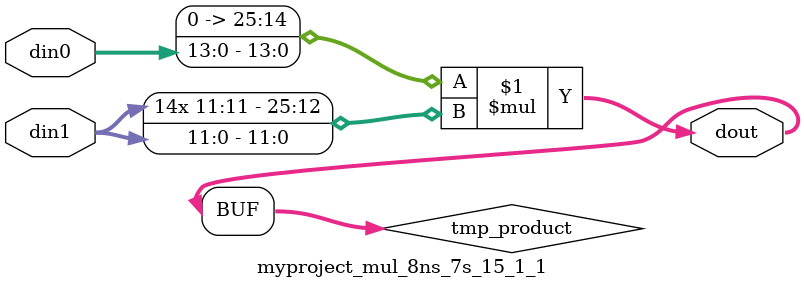
<source format=v>

`timescale 1 ns / 1 ps

 module myproject_mul_8ns_7s_15_1_1(din0, din1, dout);
parameter ID = 1;
parameter NUM_STAGE = 0;
parameter din0_WIDTH = 14;
parameter din1_WIDTH = 12;
parameter dout_WIDTH = 26;

input [din0_WIDTH - 1 : 0] din0; 
input [din1_WIDTH - 1 : 0] din1; 
output [dout_WIDTH - 1 : 0] dout;

wire signed [dout_WIDTH - 1 : 0] tmp_product;

























assign tmp_product = $signed({1'b0, din0}) * $signed(din1);










assign dout = tmp_product;





















endmodule

</source>
